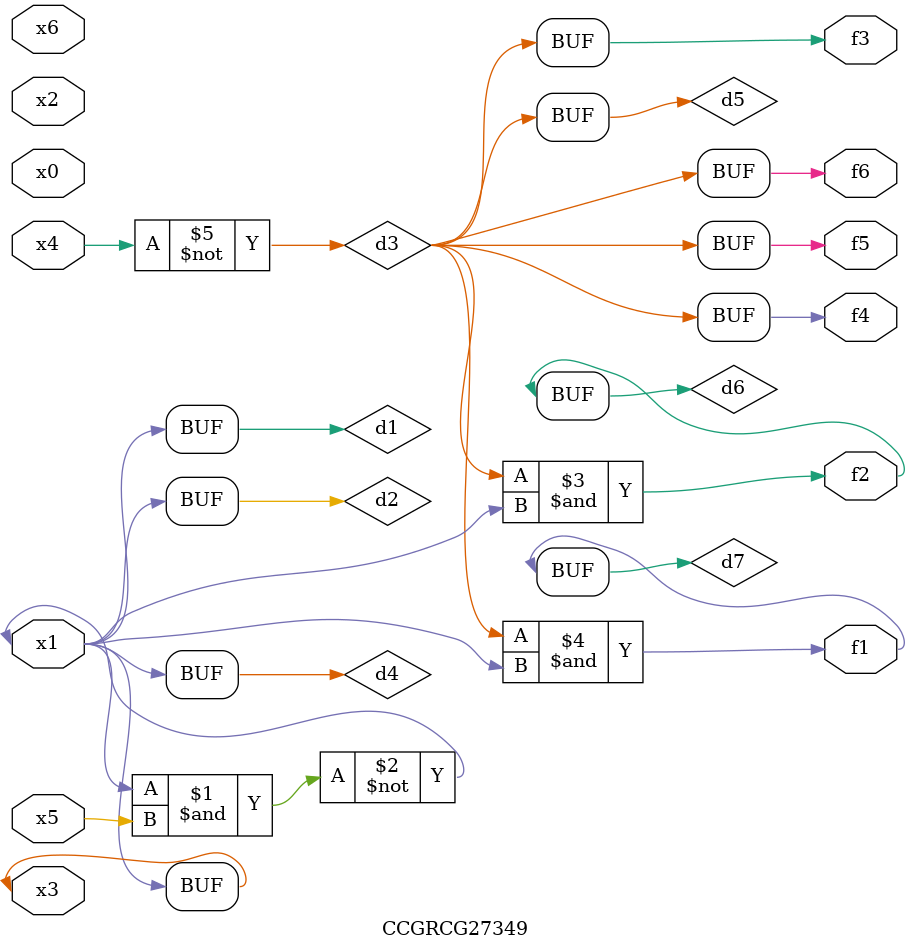
<source format=v>
module CCGRCG27349(
	input x0, x1, x2, x3, x4, x5, x6,
	output f1, f2, f3, f4, f5, f6
);

	wire d1, d2, d3, d4, d5, d6, d7;

	buf (d1, x1, x3);
	nand (d2, x1, x5);
	not (d3, x4);
	buf (d4, d1, d2);
	buf (d5, d3);
	and (d6, d3, d4);
	and (d7, d3, d4);
	assign f1 = d7;
	assign f2 = d6;
	assign f3 = d5;
	assign f4 = d5;
	assign f5 = d5;
	assign f6 = d5;
endmodule

</source>
